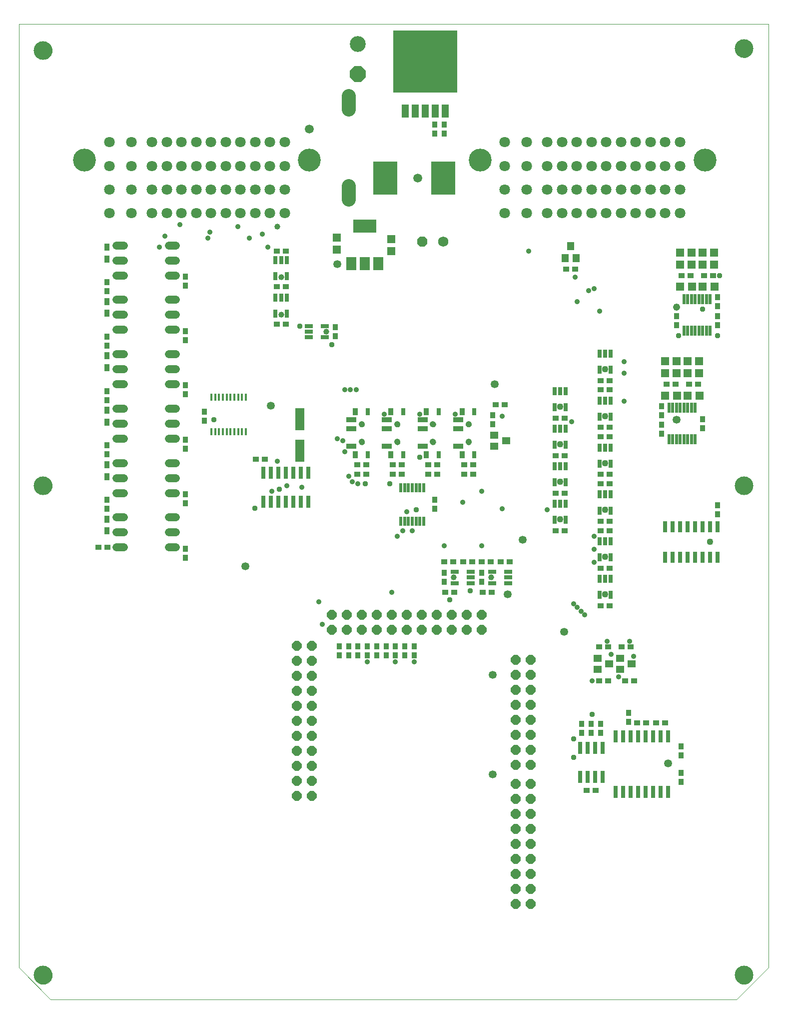
<source format=gts>
G75*
G70*
%OFA0B0*%
%FSLAX24Y24*%
%IPPOS*%
%LPD*%
%AMOC8*
5,1,8,0,0,1.08239X$1,22.5*
%
%ADD10C,0.0000*%
%ADD11OC8,0.0651*%
%ADD12R,0.4312X0.4158*%
%ADD13R,0.0480X0.0910*%
%ADD14R,0.0375X0.0414*%
%ADD15R,0.1635X0.2186*%
%ADD16OC8,0.0690*%
%ADD17C,0.0690*%
%ADD18R,0.0270X0.0840*%
%ADD19R,0.0414X0.0375*%
%ADD20R,0.0454X0.0560*%
%ADD21R,0.0260X0.0840*%
%ADD22R,0.0650X0.0850*%
%ADD23R,0.1560X0.0850*%
%ADD24R,0.0572X0.0532*%
%ADD25C,0.0945*%
%ADD26C,0.1060*%
%ADD27OC8,0.1060*%
%ADD28C,0.0710*%
%ADD29C,0.1523*%
%ADD30C,0.1241*%
%ADD31R,0.0375X0.0454*%
%ADD32C,0.0540*%
%ADD33R,0.0180X0.0450*%
%ADD34R,0.0611X0.1460*%
%ADD35R,0.0560X0.0454*%
%ADD36R,0.0580X0.0280*%
%ADD37R,0.0280X0.0580*%
%ADD38R,0.0200X0.0690*%
%ADD39R,0.0532X0.0572*%
%ADD40R,0.0270X0.0730*%
%ADD41R,0.0200X0.0640*%
%ADD42R,0.0651X0.0336*%
%ADD43R,0.0296X0.0454*%
%ADD44C,0.0414*%
%ADD45OC8,0.0350*%
%ADD46C,0.0350*%
%ADD47C,0.0532*%
%ADD48C,0.0397*%
%ADD49C,0.0436*%
%ADD50C,0.0591*%
%ADD51C,0.0476*%
D10*
X000100Y002300D02*
X002225Y000175D01*
X047975Y000175D01*
X050100Y002300D01*
X050100Y065175D01*
X000100Y065175D01*
X000100Y002300D01*
X001134Y001800D02*
X001136Y001848D01*
X001142Y001896D01*
X001152Y001943D01*
X001165Y001989D01*
X001183Y002034D01*
X001203Y002078D01*
X001228Y002120D01*
X001256Y002159D01*
X001286Y002196D01*
X001320Y002230D01*
X001357Y002262D01*
X001395Y002291D01*
X001436Y002316D01*
X001479Y002338D01*
X001524Y002356D01*
X001570Y002370D01*
X001617Y002381D01*
X001665Y002388D01*
X001713Y002391D01*
X001761Y002390D01*
X001809Y002385D01*
X001857Y002376D01*
X001903Y002364D01*
X001948Y002347D01*
X001992Y002327D01*
X002034Y002304D01*
X002074Y002277D01*
X002112Y002247D01*
X002147Y002214D01*
X002179Y002178D01*
X002209Y002140D01*
X002235Y002099D01*
X002257Y002056D01*
X002277Y002012D01*
X002292Y001967D01*
X002304Y001920D01*
X002312Y001872D01*
X002316Y001824D01*
X002316Y001776D01*
X002312Y001728D01*
X002304Y001680D01*
X002292Y001633D01*
X002277Y001588D01*
X002257Y001544D01*
X002235Y001501D01*
X002209Y001460D01*
X002179Y001422D01*
X002147Y001386D01*
X002112Y001353D01*
X002074Y001323D01*
X002034Y001296D01*
X001992Y001273D01*
X001948Y001253D01*
X001903Y001236D01*
X001857Y001224D01*
X001809Y001215D01*
X001761Y001210D01*
X001713Y001209D01*
X001665Y001212D01*
X001617Y001219D01*
X001570Y001230D01*
X001524Y001244D01*
X001479Y001262D01*
X001436Y001284D01*
X001395Y001309D01*
X001357Y001338D01*
X001320Y001370D01*
X001286Y001404D01*
X001256Y001441D01*
X001228Y001480D01*
X001203Y001522D01*
X001183Y001566D01*
X001165Y001611D01*
X001152Y001657D01*
X001142Y001704D01*
X001136Y001752D01*
X001134Y001800D01*
X001134Y034425D02*
X001136Y034473D01*
X001142Y034521D01*
X001152Y034568D01*
X001165Y034614D01*
X001183Y034659D01*
X001203Y034703D01*
X001228Y034745D01*
X001256Y034784D01*
X001286Y034821D01*
X001320Y034855D01*
X001357Y034887D01*
X001395Y034916D01*
X001436Y034941D01*
X001479Y034963D01*
X001524Y034981D01*
X001570Y034995D01*
X001617Y035006D01*
X001665Y035013D01*
X001713Y035016D01*
X001761Y035015D01*
X001809Y035010D01*
X001857Y035001D01*
X001903Y034989D01*
X001948Y034972D01*
X001992Y034952D01*
X002034Y034929D01*
X002074Y034902D01*
X002112Y034872D01*
X002147Y034839D01*
X002179Y034803D01*
X002209Y034765D01*
X002235Y034724D01*
X002257Y034681D01*
X002277Y034637D01*
X002292Y034592D01*
X002304Y034545D01*
X002312Y034497D01*
X002316Y034449D01*
X002316Y034401D01*
X002312Y034353D01*
X002304Y034305D01*
X002292Y034258D01*
X002277Y034213D01*
X002257Y034169D01*
X002235Y034126D01*
X002209Y034085D01*
X002179Y034047D01*
X002147Y034011D01*
X002112Y033978D01*
X002074Y033948D01*
X002034Y033921D01*
X001992Y033898D01*
X001948Y033878D01*
X001903Y033861D01*
X001857Y033849D01*
X001809Y033840D01*
X001761Y033835D01*
X001713Y033834D01*
X001665Y033837D01*
X001617Y033844D01*
X001570Y033855D01*
X001524Y033869D01*
X001479Y033887D01*
X001436Y033909D01*
X001395Y033934D01*
X001357Y033963D01*
X001320Y033995D01*
X001286Y034029D01*
X001256Y034066D01*
X001228Y034105D01*
X001203Y034147D01*
X001183Y034191D01*
X001165Y034236D01*
X001152Y034282D01*
X001142Y034329D01*
X001136Y034377D01*
X001134Y034425D01*
X022798Y037334D02*
X022800Y037360D01*
X022806Y037386D01*
X022816Y037411D01*
X022829Y037434D01*
X022845Y037454D01*
X022865Y037472D01*
X022887Y037487D01*
X022910Y037499D01*
X022936Y037507D01*
X022962Y037511D01*
X022988Y037511D01*
X023014Y037507D01*
X023040Y037499D01*
X023064Y037487D01*
X023085Y037472D01*
X023105Y037454D01*
X023121Y037434D01*
X023134Y037411D01*
X023144Y037386D01*
X023150Y037360D01*
X023152Y037334D01*
X023150Y037308D01*
X023144Y037282D01*
X023134Y037257D01*
X023121Y037234D01*
X023105Y037214D01*
X023085Y037196D01*
X023063Y037181D01*
X023040Y037169D01*
X023014Y037161D01*
X022988Y037157D01*
X022962Y037157D01*
X022936Y037161D01*
X022910Y037169D01*
X022886Y037181D01*
X022865Y037196D01*
X022845Y037214D01*
X022829Y037234D01*
X022816Y037257D01*
X022806Y037282D01*
X022800Y037308D01*
X022798Y037334D01*
X022798Y038516D02*
X022800Y038542D01*
X022806Y038568D01*
X022816Y038593D01*
X022829Y038616D01*
X022845Y038636D01*
X022865Y038654D01*
X022887Y038669D01*
X022910Y038681D01*
X022936Y038689D01*
X022962Y038693D01*
X022988Y038693D01*
X023014Y038689D01*
X023040Y038681D01*
X023064Y038669D01*
X023085Y038654D01*
X023105Y038636D01*
X023121Y038616D01*
X023134Y038593D01*
X023144Y038568D01*
X023150Y038542D01*
X023152Y038516D01*
X023150Y038490D01*
X023144Y038464D01*
X023134Y038439D01*
X023121Y038416D01*
X023105Y038396D01*
X023085Y038378D01*
X023063Y038363D01*
X023040Y038351D01*
X023014Y038343D01*
X022988Y038339D01*
X022962Y038339D01*
X022936Y038343D01*
X022910Y038351D01*
X022886Y038363D01*
X022865Y038378D01*
X022845Y038396D01*
X022829Y038416D01*
X022816Y038439D01*
X022806Y038464D01*
X022800Y038490D01*
X022798Y038516D01*
X025173Y038516D02*
X025175Y038542D01*
X025181Y038568D01*
X025191Y038593D01*
X025204Y038616D01*
X025220Y038636D01*
X025240Y038654D01*
X025262Y038669D01*
X025285Y038681D01*
X025311Y038689D01*
X025337Y038693D01*
X025363Y038693D01*
X025389Y038689D01*
X025415Y038681D01*
X025439Y038669D01*
X025460Y038654D01*
X025480Y038636D01*
X025496Y038616D01*
X025509Y038593D01*
X025519Y038568D01*
X025525Y038542D01*
X025527Y038516D01*
X025525Y038490D01*
X025519Y038464D01*
X025509Y038439D01*
X025496Y038416D01*
X025480Y038396D01*
X025460Y038378D01*
X025438Y038363D01*
X025415Y038351D01*
X025389Y038343D01*
X025363Y038339D01*
X025337Y038339D01*
X025311Y038343D01*
X025285Y038351D01*
X025261Y038363D01*
X025240Y038378D01*
X025220Y038396D01*
X025204Y038416D01*
X025191Y038439D01*
X025181Y038464D01*
X025175Y038490D01*
X025173Y038516D01*
X025173Y037334D02*
X025175Y037360D01*
X025181Y037386D01*
X025191Y037411D01*
X025204Y037434D01*
X025220Y037454D01*
X025240Y037472D01*
X025262Y037487D01*
X025285Y037499D01*
X025311Y037507D01*
X025337Y037511D01*
X025363Y037511D01*
X025389Y037507D01*
X025415Y037499D01*
X025439Y037487D01*
X025460Y037472D01*
X025480Y037454D01*
X025496Y037434D01*
X025509Y037411D01*
X025519Y037386D01*
X025525Y037360D01*
X025527Y037334D01*
X025525Y037308D01*
X025519Y037282D01*
X025509Y037257D01*
X025496Y037234D01*
X025480Y037214D01*
X025460Y037196D01*
X025438Y037181D01*
X025415Y037169D01*
X025389Y037161D01*
X025363Y037157D01*
X025337Y037157D01*
X025311Y037161D01*
X025285Y037169D01*
X025261Y037181D01*
X025240Y037196D01*
X025220Y037214D01*
X025204Y037234D01*
X025191Y037257D01*
X025181Y037282D01*
X025175Y037308D01*
X025173Y037334D01*
X027548Y037334D02*
X027550Y037360D01*
X027556Y037386D01*
X027566Y037411D01*
X027579Y037434D01*
X027595Y037454D01*
X027615Y037472D01*
X027637Y037487D01*
X027660Y037499D01*
X027686Y037507D01*
X027712Y037511D01*
X027738Y037511D01*
X027764Y037507D01*
X027790Y037499D01*
X027814Y037487D01*
X027835Y037472D01*
X027855Y037454D01*
X027871Y037434D01*
X027884Y037411D01*
X027894Y037386D01*
X027900Y037360D01*
X027902Y037334D01*
X027900Y037308D01*
X027894Y037282D01*
X027884Y037257D01*
X027871Y037234D01*
X027855Y037214D01*
X027835Y037196D01*
X027813Y037181D01*
X027790Y037169D01*
X027764Y037161D01*
X027738Y037157D01*
X027712Y037157D01*
X027686Y037161D01*
X027660Y037169D01*
X027636Y037181D01*
X027615Y037196D01*
X027595Y037214D01*
X027579Y037234D01*
X027566Y037257D01*
X027556Y037282D01*
X027550Y037308D01*
X027548Y037334D01*
X027548Y038516D02*
X027550Y038542D01*
X027556Y038568D01*
X027566Y038593D01*
X027579Y038616D01*
X027595Y038636D01*
X027615Y038654D01*
X027637Y038669D01*
X027660Y038681D01*
X027686Y038689D01*
X027712Y038693D01*
X027738Y038693D01*
X027764Y038689D01*
X027790Y038681D01*
X027814Y038669D01*
X027835Y038654D01*
X027855Y038636D01*
X027871Y038616D01*
X027884Y038593D01*
X027894Y038568D01*
X027900Y038542D01*
X027902Y038516D01*
X027900Y038490D01*
X027894Y038464D01*
X027884Y038439D01*
X027871Y038416D01*
X027855Y038396D01*
X027835Y038378D01*
X027813Y038363D01*
X027790Y038351D01*
X027764Y038343D01*
X027738Y038339D01*
X027712Y038339D01*
X027686Y038343D01*
X027660Y038351D01*
X027636Y038363D01*
X027615Y038378D01*
X027595Y038396D01*
X027579Y038416D01*
X027566Y038439D01*
X027556Y038464D01*
X027550Y038490D01*
X027548Y038516D01*
X029923Y038516D02*
X029925Y038542D01*
X029931Y038568D01*
X029941Y038593D01*
X029954Y038616D01*
X029970Y038636D01*
X029990Y038654D01*
X030012Y038669D01*
X030035Y038681D01*
X030061Y038689D01*
X030087Y038693D01*
X030113Y038693D01*
X030139Y038689D01*
X030165Y038681D01*
X030189Y038669D01*
X030210Y038654D01*
X030230Y038636D01*
X030246Y038616D01*
X030259Y038593D01*
X030269Y038568D01*
X030275Y038542D01*
X030277Y038516D01*
X030275Y038490D01*
X030269Y038464D01*
X030259Y038439D01*
X030246Y038416D01*
X030230Y038396D01*
X030210Y038378D01*
X030188Y038363D01*
X030165Y038351D01*
X030139Y038343D01*
X030113Y038339D01*
X030087Y038339D01*
X030061Y038343D01*
X030035Y038351D01*
X030011Y038363D01*
X029990Y038378D01*
X029970Y038396D01*
X029954Y038416D01*
X029941Y038439D01*
X029931Y038464D01*
X029925Y038490D01*
X029923Y038516D01*
X029923Y037334D02*
X029925Y037360D01*
X029931Y037386D01*
X029941Y037411D01*
X029954Y037434D01*
X029970Y037454D01*
X029990Y037472D01*
X030012Y037487D01*
X030035Y037499D01*
X030061Y037507D01*
X030087Y037511D01*
X030113Y037511D01*
X030139Y037507D01*
X030165Y037499D01*
X030189Y037487D01*
X030210Y037472D01*
X030230Y037454D01*
X030246Y037434D01*
X030259Y037411D01*
X030269Y037386D01*
X030275Y037360D01*
X030277Y037334D01*
X030275Y037308D01*
X030269Y037282D01*
X030259Y037257D01*
X030246Y037234D01*
X030230Y037214D01*
X030210Y037196D01*
X030188Y037181D01*
X030165Y037169D01*
X030139Y037161D01*
X030113Y037157D01*
X030087Y037157D01*
X030061Y037161D01*
X030035Y037169D01*
X030011Y037181D01*
X029990Y037196D01*
X029970Y037214D01*
X029954Y037234D01*
X029941Y037257D01*
X029931Y037282D01*
X029925Y037308D01*
X029923Y037334D01*
X047884Y034425D02*
X047886Y034473D01*
X047892Y034521D01*
X047902Y034568D01*
X047915Y034614D01*
X047933Y034659D01*
X047953Y034703D01*
X047978Y034745D01*
X048006Y034784D01*
X048036Y034821D01*
X048070Y034855D01*
X048107Y034887D01*
X048145Y034916D01*
X048186Y034941D01*
X048229Y034963D01*
X048274Y034981D01*
X048320Y034995D01*
X048367Y035006D01*
X048415Y035013D01*
X048463Y035016D01*
X048511Y035015D01*
X048559Y035010D01*
X048607Y035001D01*
X048653Y034989D01*
X048698Y034972D01*
X048742Y034952D01*
X048784Y034929D01*
X048824Y034902D01*
X048862Y034872D01*
X048897Y034839D01*
X048929Y034803D01*
X048959Y034765D01*
X048985Y034724D01*
X049007Y034681D01*
X049027Y034637D01*
X049042Y034592D01*
X049054Y034545D01*
X049062Y034497D01*
X049066Y034449D01*
X049066Y034401D01*
X049062Y034353D01*
X049054Y034305D01*
X049042Y034258D01*
X049027Y034213D01*
X049007Y034169D01*
X048985Y034126D01*
X048959Y034085D01*
X048929Y034047D01*
X048897Y034011D01*
X048862Y033978D01*
X048824Y033948D01*
X048784Y033921D01*
X048742Y033898D01*
X048698Y033878D01*
X048653Y033861D01*
X048607Y033849D01*
X048559Y033840D01*
X048511Y033835D01*
X048463Y033834D01*
X048415Y033837D01*
X048367Y033844D01*
X048320Y033855D01*
X048274Y033869D01*
X048229Y033887D01*
X048186Y033909D01*
X048145Y033934D01*
X048107Y033963D01*
X048070Y033995D01*
X048036Y034029D01*
X048006Y034066D01*
X047978Y034105D01*
X047953Y034147D01*
X047933Y034191D01*
X047915Y034236D01*
X047902Y034282D01*
X047892Y034329D01*
X047886Y034377D01*
X047884Y034425D01*
X047884Y063550D02*
X047886Y063598D01*
X047892Y063646D01*
X047902Y063693D01*
X047915Y063739D01*
X047933Y063784D01*
X047953Y063828D01*
X047978Y063870D01*
X048006Y063909D01*
X048036Y063946D01*
X048070Y063980D01*
X048107Y064012D01*
X048145Y064041D01*
X048186Y064066D01*
X048229Y064088D01*
X048274Y064106D01*
X048320Y064120D01*
X048367Y064131D01*
X048415Y064138D01*
X048463Y064141D01*
X048511Y064140D01*
X048559Y064135D01*
X048607Y064126D01*
X048653Y064114D01*
X048698Y064097D01*
X048742Y064077D01*
X048784Y064054D01*
X048824Y064027D01*
X048862Y063997D01*
X048897Y063964D01*
X048929Y063928D01*
X048959Y063890D01*
X048985Y063849D01*
X049007Y063806D01*
X049027Y063762D01*
X049042Y063717D01*
X049054Y063670D01*
X049062Y063622D01*
X049066Y063574D01*
X049066Y063526D01*
X049062Y063478D01*
X049054Y063430D01*
X049042Y063383D01*
X049027Y063338D01*
X049007Y063294D01*
X048985Y063251D01*
X048959Y063210D01*
X048929Y063172D01*
X048897Y063136D01*
X048862Y063103D01*
X048824Y063073D01*
X048784Y063046D01*
X048742Y063023D01*
X048698Y063003D01*
X048653Y062986D01*
X048607Y062974D01*
X048559Y062965D01*
X048511Y062960D01*
X048463Y062959D01*
X048415Y062962D01*
X048367Y062969D01*
X048320Y062980D01*
X048274Y062994D01*
X048229Y063012D01*
X048186Y063034D01*
X048145Y063059D01*
X048107Y063088D01*
X048070Y063120D01*
X048036Y063154D01*
X048006Y063191D01*
X047978Y063230D01*
X047953Y063272D01*
X047933Y063316D01*
X047915Y063361D01*
X047902Y063407D01*
X047892Y063454D01*
X047886Y063502D01*
X047884Y063550D01*
X001134Y063425D02*
X001136Y063473D01*
X001142Y063521D01*
X001152Y063568D01*
X001165Y063614D01*
X001183Y063659D01*
X001203Y063703D01*
X001228Y063745D01*
X001256Y063784D01*
X001286Y063821D01*
X001320Y063855D01*
X001357Y063887D01*
X001395Y063916D01*
X001436Y063941D01*
X001479Y063963D01*
X001524Y063981D01*
X001570Y063995D01*
X001617Y064006D01*
X001665Y064013D01*
X001713Y064016D01*
X001761Y064015D01*
X001809Y064010D01*
X001857Y064001D01*
X001903Y063989D01*
X001948Y063972D01*
X001992Y063952D01*
X002034Y063929D01*
X002074Y063902D01*
X002112Y063872D01*
X002147Y063839D01*
X002179Y063803D01*
X002209Y063765D01*
X002235Y063724D01*
X002257Y063681D01*
X002277Y063637D01*
X002292Y063592D01*
X002304Y063545D01*
X002312Y063497D01*
X002316Y063449D01*
X002316Y063401D01*
X002312Y063353D01*
X002304Y063305D01*
X002292Y063258D01*
X002277Y063213D01*
X002257Y063169D01*
X002235Y063126D01*
X002209Y063085D01*
X002179Y063047D01*
X002147Y063011D01*
X002112Y062978D01*
X002074Y062948D01*
X002034Y062921D01*
X001992Y062898D01*
X001948Y062878D01*
X001903Y062861D01*
X001857Y062849D01*
X001809Y062840D01*
X001761Y062835D01*
X001713Y062834D01*
X001665Y062837D01*
X001617Y062844D01*
X001570Y062855D01*
X001524Y062869D01*
X001479Y062887D01*
X001436Y062909D01*
X001395Y062934D01*
X001357Y062963D01*
X001320Y062995D01*
X001286Y063029D01*
X001256Y063066D01*
X001228Y063105D01*
X001203Y063147D01*
X001183Y063191D01*
X001165Y063236D01*
X001152Y063282D01*
X001142Y063329D01*
X001136Y063377D01*
X001134Y063425D01*
X047884Y001800D02*
X047886Y001848D01*
X047892Y001896D01*
X047902Y001943D01*
X047915Y001989D01*
X047933Y002034D01*
X047953Y002078D01*
X047978Y002120D01*
X048006Y002159D01*
X048036Y002196D01*
X048070Y002230D01*
X048107Y002262D01*
X048145Y002291D01*
X048186Y002316D01*
X048229Y002338D01*
X048274Y002356D01*
X048320Y002370D01*
X048367Y002381D01*
X048415Y002388D01*
X048463Y002391D01*
X048511Y002390D01*
X048559Y002385D01*
X048607Y002376D01*
X048653Y002364D01*
X048698Y002347D01*
X048742Y002327D01*
X048784Y002304D01*
X048824Y002277D01*
X048862Y002247D01*
X048897Y002214D01*
X048929Y002178D01*
X048959Y002140D01*
X048985Y002099D01*
X049007Y002056D01*
X049027Y002012D01*
X049042Y001967D01*
X049054Y001920D01*
X049062Y001872D01*
X049066Y001824D01*
X049066Y001776D01*
X049062Y001728D01*
X049054Y001680D01*
X049042Y001633D01*
X049027Y001588D01*
X049007Y001544D01*
X048985Y001501D01*
X048959Y001460D01*
X048929Y001422D01*
X048897Y001386D01*
X048862Y001353D01*
X048824Y001323D01*
X048784Y001296D01*
X048742Y001273D01*
X048698Y001253D01*
X048653Y001236D01*
X048607Y001224D01*
X048559Y001215D01*
X048511Y001210D01*
X048463Y001209D01*
X048415Y001212D01*
X048367Y001219D01*
X048320Y001230D01*
X048274Y001244D01*
X048229Y001262D01*
X048186Y001284D01*
X048145Y001309D01*
X048107Y001338D01*
X048070Y001370D01*
X048036Y001404D01*
X048006Y001441D01*
X047978Y001480D01*
X047953Y001522D01*
X047933Y001566D01*
X047915Y001611D01*
X047902Y001657D01*
X047892Y001704D01*
X047886Y001752D01*
X047884Y001800D01*
D11*
X034250Y006550D03*
X034250Y007550D03*
X034250Y008550D03*
X034250Y009550D03*
X034250Y010550D03*
X034250Y011550D03*
X034250Y012550D03*
X034250Y013550D03*
X034250Y014550D03*
X033250Y014550D03*
X033250Y013550D03*
X033250Y012550D03*
X033250Y011550D03*
X033250Y010550D03*
X033250Y009550D03*
X033250Y008550D03*
X033250Y007550D03*
X033250Y006550D03*
X033252Y015806D03*
X033252Y016806D03*
X034252Y016806D03*
X034252Y015806D03*
X034252Y017806D03*
X034252Y018806D03*
X034252Y019806D03*
X034252Y020806D03*
X034252Y021806D03*
X034252Y022806D03*
X033252Y022806D03*
X033252Y021806D03*
X033252Y020806D03*
X033252Y019806D03*
X033252Y018806D03*
X033252Y017806D03*
X030975Y024800D03*
X030975Y025800D03*
X029975Y025800D03*
X029975Y024800D03*
X028975Y024800D03*
X028975Y025800D03*
X027975Y025800D03*
X027975Y024800D03*
X026975Y024800D03*
X026975Y025800D03*
X025975Y025800D03*
X025975Y024800D03*
X024975Y024800D03*
X024975Y025800D03*
X023975Y025800D03*
X023975Y024800D03*
X022975Y024800D03*
X022975Y025800D03*
X021975Y025800D03*
X021975Y024800D03*
X020975Y024800D03*
X020975Y025800D03*
X019638Y023763D03*
X019638Y022763D03*
X019638Y021763D03*
X019638Y020763D03*
X019638Y019763D03*
X019638Y018763D03*
X019638Y017763D03*
X019638Y016763D03*
X019638Y015763D03*
X019638Y014763D03*
X019638Y013763D03*
X018638Y013763D03*
X018638Y014763D03*
X018638Y015763D03*
X018638Y016763D03*
X018638Y017763D03*
X018638Y018763D03*
X018638Y019763D03*
X018638Y020763D03*
X018638Y021763D03*
X018638Y022763D03*
X018638Y023763D03*
D12*
X027225Y062675D03*
D13*
X027225Y059395D03*
X027895Y059395D03*
X028565Y059395D03*
X026555Y059395D03*
X025885Y059395D03*
D14*
X027850Y058475D03*
X027850Y057875D03*
X028475Y057875D03*
X028475Y058475D03*
X021225Y044975D03*
X021225Y044375D03*
X027850Y033475D03*
X027850Y032875D03*
X028475Y028600D03*
X028475Y028000D03*
X030975Y028000D03*
X030975Y028600D03*
X026475Y023725D03*
X026475Y023125D03*
X025850Y023125D03*
X025850Y023725D03*
X025225Y023725D03*
X025225Y023125D03*
X024600Y023125D03*
X024600Y023725D03*
X023975Y023725D03*
X023975Y023125D03*
X023350Y023125D03*
X023350Y023725D03*
X022725Y023725D03*
X022725Y023125D03*
X022100Y023125D03*
X022100Y023725D03*
X021475Y023725D03*
X021475Y023125D03*
X011225Y029625D03*
X011225Y030225D03*
X011225Y033250D03*
X011225Y033850D03*
X011225Y036875D03*
X011225Y037475D03*
X012475Y038750D03*
X012475Y039350D03*
X011225Y040500D03*
X011225Y041100D03*
X011225Y044125D03*
X011225Y044725D03*
X011225Y047750D03*
X011225Y048350D03*
X005975Y047975D03*
X005975Y047375D03*
X005975Y044350D03*
X005975Y043750D03*
X005975Y040725D03*
X005975Y040125D03*
X005975Y037100D03*
X005975Y036500D03*
X005975Y033475D03*
X005975Y032875D03*
X031725Y038500D03*
X031725Y039100D03*
X042975Y039125D03*
X042975Y039725D03*
X042975Y038475D03*
X042975Y037875D03*
X045725Y038250D03*
X045725Y038850D03*
X046725Y033100D03*
X046725Y032500D03*
X046725Y045125D03*
X046725Y045725D03*
X046725Y046375D03*
X046725Y046975D03*
X043975Y045725D03*
X043975Y045125D03*
X040788Y019288D03*
X040788Y018688D03*
X038913Y018538D03*
X038913Y017938D03*
X038288Y017938D03*
X038288Y018538D03*
X037663Y018538D03*
X037663Y017938D03*
X044288Y017038D03*
X044288Y016438D03*
X044288Y015288D03*
X044288Y014688D03*
D15*
X028404Y054925D03*
X024546Y054925D03*
D16*
X027025Y050675D03*
D17*
X028425Y050675D03*
D18*
X039913Y017713D03*
X040413Y017713D03*
X040913Y017713D03*
X041413Y017713D03*
X041913Y017713D03*
X042413Y017713D03*
X042913Y017713D03*
X043413Y017713D03*
X043413Y014013D03*
X042913Y014013D03*
X042413Y014013D03*
X041913Y014013D03*
X041413Y014013D03*
X040913Y014013D03*
X040413Y014013D03*
X039913Y014013D03*
X039038Y015018D03*
X038538Y015018D03*
X038038Y015018D03*
X037538Y015018D03*
X037538Y016958D03*
X038038Y016958D03*
X038538Y016958D03*
X039038Y016958D03*
D19*
X038588Y014113D03*
X037988Y014113D03*
X041363Y018613D03*
X041963Y018613D03*
X042613Y018613D03*
X043213Y018613D03*
X041150Y021425D03*
X040550Y021425D03*
X039400Y021425D03*
X038800Y021425D03*
X038800Y023675D03*
X039400Y023675D03*
X040300Y023675D03*
X040900Y023675D03*
X039525Y026425D03*
X038925Y026425D03*
X038925Y028925D03*
X039525Y028925D03*
X039525Y031425D03*
X038925Y031425D03*
X038925Y032050D03*
X039525Y032050D03*
X039525Y034550D03*
X038925Y034550D03*
X038925Y035175D03*
X039525Y035175D03*
X039525Y037675D03*
X038925Y037675D03*
X038925Y038300D03*
X039525Y038300D03*
X039525Y040800D03*
X038925Y040800D03*
X038925Y041425D03*
X039525Y041425D03*
X036525Y038925D03*
X035925Y038925D03*
X035925Y036425D03*
X036525Y036425D03*
X036525Y033925D03*
X035925Y033925D03*
X035925Y031425D03*
X036525Y031425D03*
X032838Y029363D03*
X032238Y029363D03*
X031588Y029363D03*
X030988Y029363D03*
X030338Y029363D03*
X029738Y029363D03*
X029088Y029363D03*
X028488Y029363D03*
X028550Y027300D03*
X029150Y027300D03*
X031050Y027300D03*
X031650Y027300D03*
X030400Y035175D03*
X029800Y035175D03*
X029800Y035800D03*
X030400Y035800D03*
X028025Y035800D03*
X027425Y035800D03*
X027425Y035175D03*
X028025Y035175D03*
X025650Y035175D03*
X025650Y035800D03*
X025050Y035800D03*
X025050Y035175D03*
X023275Y035175D03*
X022675Y035175D03*
X022675Y035800D03*
X023275Y035800D03*
X016525Y036175D03*
X015925Y036175D03*
X017300Y045175D03*
X017900Y045175D03*
X017900Y047675D03*
X017300Y047675D03*
X017300Y050050D03*
X017900Y050050D03*
X031925Y039800D03*
X032525Y039800D03*
X036613Y048863D03*
X037213Y048863D03*
X043300Y041175D03*
X043900Y041175D03*
X044800Y041175D03*
X045400Y041175D03*
X045800Y048425D03*
X046400Y048425D03*
X044900Y048425D03*
X044300Y048425D03*
X006025Y030300D03*
X005425Y030300D03*
D20*
X036538Y049594D03*
X037287Y049594D03*
X036913Y050381D03*
D21*
X019413Y035283D03*
X018913Y035283D03*
X018413Y035283D03*
X017913Y035283D03*
X017413Y035283D03*
X016913Y035283D03*
X016413Y035283D03*
X016413Y033343D03*
X016913Y033343D03*
X017413Y033343D03*
X017913Y033343D03*
X018413Y033343D03*
X018913Y033343D03*
X019413Y033343D03*
D22*
X022298Y049223D03*
X023198Y049223D03*
X024098Y049223D03*
D23*
X023188Y051703D03*
D24*
X024938Y050838D03*
X024938Y050038D03*
X021313Y050163D03*
X021313Y050963D03*
X043225Y042700D03*
X043975Y042700D03*
X043975Y041900D03*
X043225Y041900D03*
X044725Y041900D03*
X045475Y041900D03*
X045475Y042700D03*
X044725Y042700D03*
X044975Y049150D03*
X044225Y049150D03*
X044225Y049950D03*
X044975Y049950D03*
X045725Y049950D03*
X046475Y049950D03*
X046475Y049150D03*
X045725Y049150D03*
D25*
X022100Y053483D02*
X022100Y054368D01*
X022100Y059483D02*
X022100Y060368D01*
D26*
X022725Y063863D03*
D27*
X022725Y061863D03*
D28*
X017842Y057300D03*
X016858Y057300D03*
X015874Y057300D03*
X014889Y057300D03*
X013905Y057300D03*
X012921Y057300D03*
X011937Y057300D03*
X010952Y057300D03*
X009968Y057300D03*
X008984Y057300D03*
X007606Y057300D03*
X007606Y055725D03*
X008984Y055725D03*
X009968Y055725D03*
X010952Y055725D03*
X011937Y055725D03*
X012921Y055725D03*
X013905Y055725D03*
X014889Y055725D03*
X015874Y055725D03*
X016858Y055725D03*
X017842Y055725D03*
X017842Y054150D03*
X016858Y054150D03*
X015874Y054150D03*
X014889Y054150D03*
X013905Y054150D03*
X012921Y054150D03*
X011937Y054150D03*
X010952Y054150D03*
X009968Y054150D03*
X008984Y054150D03*
X007606Y054150D03*
X007606Y052576D03*
X008984Y052576D03*
X009968Y052576D03*
X010952Y052576D03*
X011937Y052576D03*
X012921Y052576D03*
X013905Y052576D03*
X014889Y052576D03*
X015874Y052576D03*
X016858Y052576D03*
X017842Y052576D03*
X006149Y052576D03*
X006149Y054150D03*
X006149Y055725D03*
X006149Y057300D03*
X032524Y057300D03*
X032524Y055725D03*
X033981Y055725D03*
X033981Y057300D03*
X035359Y057300D03*
X036343Y057300D03*
X037327Y057300D03*
X038312Y057300D03*
X039296Y057300D03*
X040280Y057300D03*
X041264Y057300D03*
X042249Y057300D03*
X043233Y057300D03*
X044217Y057300D03*
X044217Y055725D03*
X043233Y055725D03*
X042249Y055725D03*
X041264Y055725D03*
X040280Y055725D03*
X039296Y055725D03*
X038312Y055725D03*
X037327Y055725D03*
X036343Y055725D03*
X035359Y055725D03*
X035359Y054150D03*
X036343Y054150D03*
X037327Y054150D03*
X038312Y054150D03*
X039296Y054150D03*
X040280Y054150D03*
X041264Y054150D03*
X042249Y054150D03*
X043233Y054150D03*
X044217Y054150D03*
X044217Y052576D03*
X043233Y052576D03*
X042249Y052576D03*
X041264Y052576D03*
X040280Y052576D03*
X039296Y052576D03*
X038312Y052576D03*
X037327Y052576D03*
X036343Y052576D03*
X035359Y052576D03*
X033981Y052576D03*
X033981Y054150D03*
X032524Y054150D03*
X032524Y052576D03*
D29*
X030871Y056119D03*
X019496Y056119D03*
X004496Y056119D03*
X045871Y056119D03*
D30*
X048475Y063550D03*
X048475Y034425D03*
X048475Y001800D03*
X001725Y001800D03*
X001725Y034425D03*
X001725Y063425D03*
D31*
X005975Y050319D03*
X005975Y049531D03*
X005975Y046694D03*
X005975Y045906D03*
X005975Y043069D03*
X005975Y042281D03*
X005975Y039444D03*
X005975Y038656D03*
X005975Y035819D03*
X005975Y035031D03*
X005975Y032194D03*
X005975Y031406D03*
X022542Y036488D03*
X024917Y036488D03*
X027292Y036488D03*
X029667Y036488D03*
X029667Y039362D03*
X027292Y039362D03*
X024917Y039362D03*
X022542Y039362D03*
D32*
X010580Y039550D02*
X010100Y039550D01*
X010100Y038550D02*
X010580Y038550D01*
X010580Y037550D02*
X010100Y037550D01*
X010100Y035925D02*
X010580Y035925D01*
X010580Y034925D02*
X010100Y034925D01*
X010100Y033925D02*
X010580Y033925D01*
X010580Y032300D02*
X010100Y032300D01*
X010100Y031300D02*
X010580Y031300D01*
X010580Y030300D02*
X010100Y030300D01*
X007100Y030300D02*
X006620Y030300D01*
X006620Y031300D02*
X007100Y031300D01*
X007100Y032300D02*
X006620Y032300D01*
X006620Y033925D02*
X007100Y033925D01*
X007100Y034925D02*
X006620Y034925D01*
X006620Y035925D02*
X007100Y035925D01*
X007100Y037550D02*
X006620Y037550D01*
X006620Y038550D02*
X007100Y038550D01*
X007100Y039550D02*
X006620Y039550D01*
X006620Y041175D02*
X007100Y041175D01*
X007100Y042175D02*
X006620Y042175D01*
X006620Y043175D02*
X007100Y043175D01*
X007100Y044800D02*
X006620Y044800D01*
X006620Y045800D02*
X007100Y045800D01*
X007100Y046800D02*
X006620Y046800D01*
X006620Y048425D02*
X007100Y048425D01*
X007100Y049425D02*
X006620Y049425D01*
X006620Y050425D02*
X007100Y050425D01*
X010100Y050425D02*
X010580Y050425D01*
X010580Y049425D02*
X010100Y049425D01*
X010100Y048425D02*
X010580Y048425D01*
X010580Y046800D02*
X010100Y046800D01*
X010100Y045800D02*
X010580Y045800D01*
X010580Y044800D02*
X010100Y044800D01*
X010100Y043175D02*
X010580Y043175D01*
X010580Y042175D02*
X010100Y042175D01*
X010100Y041175D02*
X010580Y041175D01*
D33*
X012948Y040324D03*
X013204Y040324D03*
X013460Y040324D03*
X013716Y040324D03*
X013972Y040324D03*
X014228Y040324D03*
X014484Y040324D03*
X014740Y040324D03*
X014996Y040324D03*
X015252Y040324D03*
X015252Y038026D03*
X014996Y038026D03*
X014740Y038026D03*
X014484Y038026D03*
X014228Y038026D03*
X013972Y038026D03*
X013716Y038026D03*
X013460Y038026D03*
X013204Y038026D03*
X012948Y038026D03*
D34*
X018850Y038845D03*
X018850Y036755D03*
D35*
X031831Y037051D03*
X031831Y037799D03*
X032619Y037425D03*
X038706Y022924D03*
X039494Y022550D03*
X038706Y022176D03*
X040206Y022176D03*
X040994Y022550D03*
X040206Y022924D03*
D36*
X032765Y027930D03*
X032765Y028300D03*
X032765Y028670D03*
X031685Y028670D03*
X031685Y027930D03*
X030265Y027930D03*
X030265Y028300D03*
X030265Y028670D03*
X029185Y028670D03*
X029185Y027930D03*
X020515Y044305D03*
X020515Y045045D03*
X019435Y045045D03*
X019435Y044675D03*
X019435Y044305D03*
D37*
X017970Y045885D03*
X017230Y045885D03*
X017230Y046965D03*
X017600Y046965D03*
X017970Y046965D03*
X017970Y048385D03*
X017230Y048385D03*
X017230Y049465D03*
X017600Y049465D03*
X017970Y049465D03*
X035855Y040715D03*
X036225Y040715D03*
X036595Y040715D03*
X036595Y039635D03*
X035855Y039635D03*
X035855Y038215D03*
X036225Y038215D03*
X036595Y038215D03*
X036595Y037135D03*
X035855Y037135D03*
X035855Y035715D03*
X036225Y035715D03*
X036595Y035715D03*
X036595Y034635D03*
X035855Y034635D03*
X035855Y033215D03*
X036225Y033215D03*
X036595Y033215D03*
X036595Y032135D03*
X035855Y032135D03*
X038855Y032760D03*
X039595Y032760D03*
X039595Y033840D03*
X039225Y033840D03*
X038855Y033840D03*
X038855Y035885D03*
X039595Y035885D03*
X039595Y036965D03*
X039225Y036965D03*
X038855Y036965D03*
X038855Y039010D03*
X039595Y039010D03*
X039595Y040090D03*
X039225Y040090D03*
X038855Y040090D03*
X038855Y042135D03*
X039595Y042135D03*
X039595Y043215D03*
X039225Y043215D03*
X038855Y043215D03*
X038855Y030715D03*
X039225Y030715D03*
X039595Y030715D03*
X039595Y029635D03*
X038855Y029635D03*
X038855Y028215D03*
X039225Y028215D03*
X039595Y028215D03*
X039595Y027135D03*
X038855Y027135D03*
D38*
X043470Y037500D03*
X043730Y037500D03*
X043970Y037500D03*
X044230Y037500D03*
X044470Y037500D03*
X044730Y037500D03*
X044970Y037500D03*
X045230Y037500D03*
X045230Y039600D03*
X044970Y039600D03*
X044730Y039600D03*
X044470Y039600D03*
X044230Y039600D03*
X043970Y039600D03*
X043730Y039600D03*
X043470Y039600D03*
X044470Y044750D03*
X044730Y044750D03*
X044970Y044750D03*
X045230Y044750D03*
X045470Y044750D03*
X045730Y044750D03*
X045970Y044750D03*
X046230Y044750D03*
X046230Y046850D03*
X045970Y046850D03*
X045730Y046850D03*
X045470Y046850D03*
X045230Y046850D03*
X044970Y046850D03*
X044730Y046850D03*
X044470Y046850D03*
D39*
X044200Y047675D03*
X045000Y047675D03*
X045700Y047675D03*
X046500Y047675D03*
X045500Y040425D03*
X044700Y040425D03*
X044000Y040425D03*
X043200Y040425D03*
D40*
X043225Y031695D03*
X043725Y031695D03*
X044225Y031695D03*
X044725Y031695D03*
X045225Y031695D03*
X045725Y031695D03*
X046225Y031695D03*
X046725Y031695D03*
X046725Y029655D03*
X046225Y029655D03*
X045725Y029655D03*
X045225Y029655D03*
X044725Y029655D03*
X044225Y029655D03*
X043725Y029655D03*
X043225Y029655D03*
D41*
X027120Y032065D03*
X026860Y032065D03*
X026610Y032065D03*
X026350Y032065D03*
X026090Y032065D03*
X025840Y032065D03*
X025580Y032065D03*
X025580Y034285D03*
X025840Y034285D03*
X026090Y034285D03*
X026350Y034285D03*
X026610Y034285D03*
X026860Y034285D03*
X027120Y034285D03*
D42*
X027036Y037039D03*
X027036Y038220D03*
X027036Y038811D03*
X024661Y038811D03*
X024661Y038220D03*
X024661Y037039D03*
X022286Y037039D03*
X022286Y038220D03*
X022286Y038811D03*
X029411Y038811D03*
X029411Y038220D03*
X029411Y037039D03*
D43*
X030494Y036488D03*
X028119Y036488D03*
X025744Y036488D03*
X023369Y036488D03*
X023369Y039362D03*
X025744Y039362D03*
X028119Y039362D03*
X030494Y039362D03*
D44*
X030100Y038516D03*
X030100Y037334D03*
X027725Y037334D03*
X027725Y038516D03*
X025350Y038516D03*
X025350Y037334D03*
X022975Y037334D03*
X022975Y038516D03*
D45*
X023225Y034550D03*
X024850Y034550D03*
X026600Y032800D03*
X026850Y036300D03*
X020975Y043800D03*
X018850Y045050D03*
X013100Y038800D03*
X017475Y034175D03*
X015850Y032925D03*
X028850Y026800D03*
X030225Y027425D03*
X037100Y017550D03*
X037100Y016300D03*
X038350Y019175D03*
X044100Y044425D03*
X045725Y046175D03*
X046725Y044425D03*
X046850Y048425D03*
D46*
X040475Y042675D03*
X040475Y041925D03*
X040475Y040050D03*
X036975Y038675D03*
X032350Y039050D03*
X029225Y039175D03*
X026850Y039175D03*
X024475Y039175D03*
X022600Y040800D03*
X022225Y040800D03*
X021850Y040800D03*
X021350Y037550D03*
X021725Y037425D03*
X021850Y036675D03*
X022100Y035050D03*
X022350Y034675D03*
X022725Y034550D03*
X025350Y031050D03*
X025725Y031425D03*
X026350Y031425D03*
X025975Y032675D03*
X028475Y030425D03*
X029725Y033300D03*
X030975Y034050D03*
X032350Y032875D03*
X030975Y030425D03*
X035350Y032800D03*
X038475Y031050D03*
X038475Y030175D03*
X038475Y029300D03*
X037100Y026550D03*
X037350Y026300D03*
X037600Y026050D03*
X037850Y025800D03*
X039350Y024050D03*
X039600Y023175D03*
X040100Y021675D03*
X041100Y023050D03*
X040850Y024050D03*
X038350Y021425D03*
X026475Y022675D03*
X025225Y022675D03*
X023350Y022675D03*
X020350Y025175D03*
X020100Y026675D03*
X024975Y027300D03*
X018975Y034300D03*
X017975Y034425D03*
X016975Y034050D03*
X017350Y036050D03*
X016725Y050300D03*
X016350Y051175D03*
X015475Y050925D03*
X014725Y051675D03*
X012850Y051300D03*
X012725Y050925D03*
X010850Y051800D03*
X009850Y051050D03*
X009475Y050300D03*
X034100Y050050D03*
X037225Y048300D03*
X038100Y047425D03*
X038475Y047550D03*
X037350Y046675D03*
X038850Y046050D03*
D47*
X043975Y038800D03*
X033725Y030800D03*
X032725Y027175D03*
X036475Y024675D03*
X031725Y021800D03*
X031725Y015175D03*
X043413Y015925D03*
X031850Y041175D03*
X021350Y049175D03*
X016913Y039738D03*
X015225Y029050D03*
D48*
X020600Y044675D03*
X017600Y045800D03*
X017600Y048300D03*
X017350Y051675D03*
X029100Y028300D03*
X031600Y028300D03*
D49*
X036225Y032175D03*
X036225Y034675D03*
X036225Y037175D03*
X036225Y039675D03*
X039225Y039050D03*
X039225Y035925D03*
X039225Y032800D03*
X039225Y029675D03*
X039225Y027175D03*
X046225Y030675D03*
X039225Y042175D03*
D50*
X026725Y054925D03*
X019475Y058175D03*
D51*
X043975Y046300D03*
M02*

</source>
